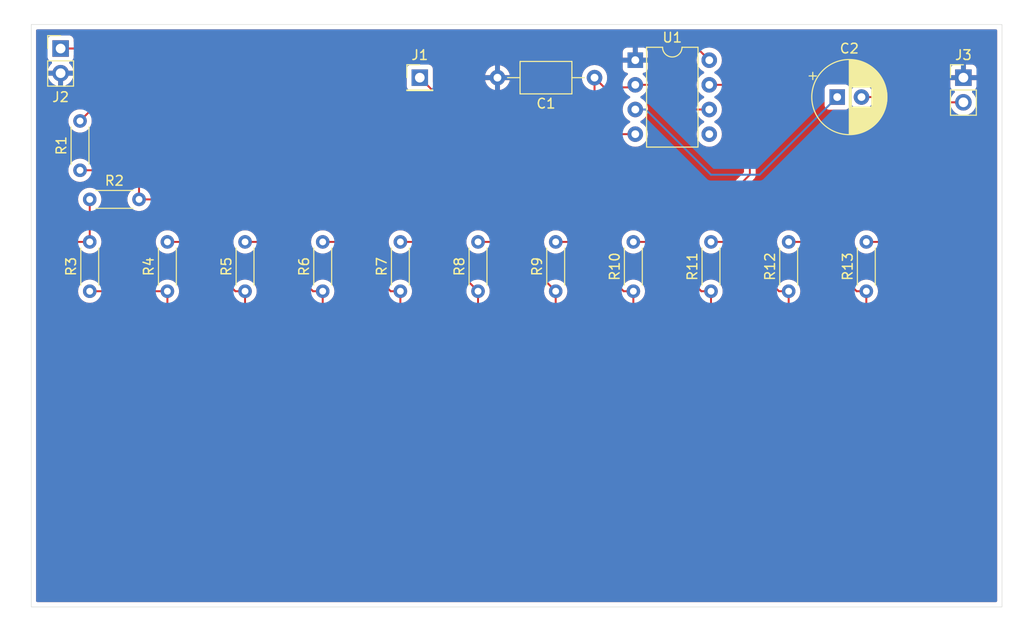
<source format=kicad_pcb>
(kicad_pcb (version 20240108) (generator "pcbnew") (generator_version "8.0")
  (layers (0 "F.Cu" signal) (31 "B.Cu" signal) (34 "B.Paste" user) (35 "F.Paste" user) (36 "B.SilkS" user "B.Silkscreen") (37 "F.SilkS" user "F.Silkscreen") (38 "B.Mask" user) (39 "F.Mask" user) (44 "Edge.Cuts" user))
  (net 0 "")
  (net 1 "STYLUS")
  (net 2 "GND")
  (net 4 "/555_Q")
  (net 5 "/555_DIS")
  (net 6 "/SPKR+")
  (net 7 "+9V")
  (net 8 "/KEY_1")
  (net 9 "/KEY_2")
  (net 10 "/KEY_3")
  (net 11 "/KEY_4")
  (net 12 "/KEY_5")
  (net 13 "/KEY_6")
  (net 14 "/KEY_7")
  (net 15 "/KEY_8")
  (net 16 "/KEY_9")
  (net 17 "/KEY_10")
  (net 18 "/KEY_11")
  (net 19 "/KEY_12")
  (footprint "Resistor_THT:R_Axial_DIN0204_L3.6mm_D1.6mm_P5.08mm_Horizontal" (layer "F.Cu") (at 135 90 90)
    (property "Reference" "R6" (at 2.54 -1.92 90) (layer "F.SilkS"))
    (property "Value" "30k")
    (fp_line (start 0.62 -0.92) (end 4.46 -0.92) (stroke (width 0.12)) (layer "F.SilkS"))
    (fp_line (start 0.62 0.92) (end 4.46 0.92) (stroke (width 0.12)) (layer "F.SilkS"))
    (pad "1" thru_hole circle (at 0 0 90) (size 1.4 1.4) (drill 0.7) (layers "*.Cu" "*.Mask") (net 11 "/KEY_4"))
    (pad "2" thru_hole oval (at 5.08 0 90) (size 1.4 1.4) (drill 0.7) (layers "*.Cu" "*.Mask") (net 12 "/KEY_5"))
  )
  (footprint "Connector_PinHeader_2.54mm:PinHeader_1x02_P2.54mm_Vertical" (layer "F.Cu") (at 201 68)
    (property "Reference" "J3" (at 0 -2.33 0) (layer "F.SilkS"))
    (property "Value" "Conn_01x02_Pin")
    (fp_line (start -1.33 -1.33) (end 0 -1.33) (stroke (width 0.12)) (layer "F.SilkS"))
    (fp_line (start -1.33 0) (end -1.33 -1.33) (stroke (width 0.12)) (layer "F.SilkS"))
    (fp_line (start -1.33 1.27) (end -1.33 3.87) (stroke (width 0.12)) (layer "F.SilkS"))
    (fp_line (start -1.33 1.27) (end 1.33 1.27) (stroke (width 0.12)) (layer "F.SilkS"))
    (fp_line (start -1.33 3.87) (end 1.33 3.87) (stroke (width 0.12)) (layer "F.SilkS"))
    (fp_line (start 1.33 1.27) (end 1.33 3.87) (stroke (width 0.12)) (layer "F.SilkS"))
    (pad "1" thru_hole rect (at 0 0) (size 1.7 1.7) (drill 1) (layers "*.Cu" "*.Mask") (net 2 "GND"))
    (pad "2" thru_hole oval (at 0 2.54) (size 1.7 1.7) (drill 1) (layers "*.Cu" "*.Mask") (net 6 "/SPKR+"))
  )
  (footprint "Resistor_THT:R_Axial_DIN0204_L3.6mm_D1.6mm_P5.08mm_Horizontal" (layer "F.Cu") (at 167 90 90)
    (property "Reference" "R10" (at 2.54 -1.92 90) (layer "F.SilkS"))
    (property "Value" "30K")
    (fp_line (start 0.62 -0.92) (end 4.46 -0.92) (stroke (width 0.12)) (layer "F.SilkS"))
    (fp_line (start 0.62 0.92) (end 4.46 0.92) (stroke (width 0.12)) (layer "F.SilkS"))
    (pad "1" thru_hole circle (at 0 0 90) (size 1.4 1.4) (drill 0.7) (layers "*.Cu" "*.Mask") (net 15 "/KEY_8"))
    (pad "2" thru_hole oval (at 5.08 0 90) (size 1.4 1.4) (drill 0.7) (layers "*.Cu" "*.Mask") (net 16 "/KEY_9"))
  )
  (footprint "Capacitor_THT:CP_Radial_D7.5mm_P2.50mm" (layer "F.Cu") (at 188 70)
    (property "Reference" "C2" (at 1.25 -5 0) (layer "F.SilkS"))
    (property "Value" "100u")
    (fp_line (start -2.892211 -2.175) (end -2.142211 -2.175) (stroke (width 0.12)) (layer "F.SilkS"))
    (fp_line (start -2.517211 -2.55) (end -2.517211 -1.8) (stroke (width 0.12)) (layer "F.SilkS"))
    (fp_line (start 1.25 -3.83) (end 1.25 3.83) (stroke (width 0.12)) (layer "F.SilkS"))
    (fp_line (start 1.29 -3.83) (end 1.29 3.83) (stroke (width 0.12)) (layer "F.SilkS"))
    (fp_line (start 1.33 -3.83) (end 1.33 3.83) (stroke (width 0.12)) (layer "F.SilkS"))
    (fp_line (start 1.37 -3.829) (end 1.37 3.829) (stroke (width 0.12)) (layer "F.SilkS"))
    (fp_line (start 1.41 -3.827) (end 1.41 3.827) (stroke (width 0.12)) (layer "F.SilkS"))
    (fp_line (start 1.45 -3.825) (end 1.45 3.825) (stroke (width 0.12)) (layer "F.SilkS"))
    (fp_line (start 1.49 -3.823) (end 1.49 -1.04) (stroke (width 0.12)) (layer "F.SilkS"))
    (fp_line (start 1.49 1.04) (end 1.49 3.823) (stroke (width 0.12)) (layer "F.SilkS"))
    (fp_line (start 1.53 -3.82) (end 1.53 -1.04) (stroke (width 0.12)) (layer "F.SilkS"))
    (fp_line (start 1.53 1.04) (end 1.53 3.82) (stroke (width 0.12)) (layer "F.SilkS"))
    (fp_line (start 1.57 -3.817) (end 1.57 -1.04) (stroke (width 0.12)) (layer "F.SilkS"))
    (fp_line (start 1.57 1.04) (end 1.57 3.817) (stroke (width 0.12)) (layer "F.SilkS"))
    (fp_line (start 1.61 -3.814) (end 1.61 -1.04) (stroke (width 0.12)) (layer "F.SilkS"))
    (fp_line (start 1.61 1.04) (end 1.61 3.814) (stroke (width 0.12)) (layer "F.SilkS"))
    (fp_line (start 1.65 -3.81) (end 1.65 -1.04) (stroke (width 0.12)) (layer "F.SilkS"))
    (fp_line (start 1.65 1.04) (end 1.65 3.81) (stroke (width 0.12)) (layer "F.SilkS"))
    (fp_line (start 1.69 -3.805) (end 1.69 -1.04) (stroke (width 0.12)) (layer "F.SilkS"))
    (fp_line (start 1.69 1.04) (end 1.69 3.805) (stroke (width 0.12)) (layer "F.SilkS"))
    (fp_line (start 1.73 -3.801) (end 1.73 -1.04) (stroke (width 0.12)) (layer "F.SilkS"))
    (fp_line (start 1.73 1.04) (end 1.73 3.801) (stroke (width 0.12)) (layer "F.SilkS"))
    (fp_line (start 1.77 -3.795) (end 1.77 -1.04) (stroke (width 0.12)) (layer "F.SilkS"))
    (fp_line (start 1.77 1.04) (end 1.77 3.795) (stroke (width 0.12)) (layer "F.SilkS"))
    (fp_line (start 1.81 -3.79) (end 1.81 -1.04) (stroke (width 0.12)) (layer "F.SilkS"))
    (fp_line (start 1.81 1.04) (end 1.81 3.79) (stroke (width 0.12)) (layer "F.SilkS"))
    (fp_line (start 1.85 -3.784) (end 1.85 -1.04) (stroke (width 0.12)) (layer "F.SilkS"))
    (fp_line (start 1.85 1.04) (end 1.85 3.784) (stroke (width 0.12)) (layer "F.SilkS"))
    (fp_line (start 1.89 -3.777) (end 1.89 -1.04) (stroke (width 0.12)) (layer "F.SilkS"))
    (fp_line (start 1.89 1.04) (end 1.89 3.777) (stroke (width 0.12)) (layer "F.SilkS"))
    (fp_line (start 1.93 -3.77) (end 1.93 -1.04) (stroke (width 0.12)) (layer "F.SilkS"))
    (fp_line (start 1.93 1.04) (end 1.93 3.77) (stroke (width 0.12)) (layer "F.SilkS"))
    (fp_line (start 1.971 -3.763) (end 1.971 -1.04) (stroke (width 0.12)) (layer "F.SilkS"))
    (fp_line (start 1.971 1.04) (end 1.971 3.763) (stroke (width 0.12)) (layer "F.SilkS"))
    (fp_line (start 2.011 -3.755) (end 2.011 -1.04) (stroke (width 0.12)) (layer "F.SilkS"))
    (fp_line (start 2.011 1.04) (end 2.011 3.755) (stroke (width 0.12)) (layer "F.SilkS"))
    (fp_line (start 2.051 -3.747) (end 2.051 -1.04) (stroke (width 0.12)) (layer "F.SilkS"))
    (fp_line (start 2.051 1.04) (end 2.051 3.747) (stroke (width 0.12)) (layer "F.SilkS"))
    (fp_line (start 2.091 -3.738) (end 2.091 -1.04) (stroke (width 0.12)) (layer "F.SilkS"))
    (fp_line (start 2.091 1.04) (end 2.091 3.738) (stroke (width 0.12)) (layer "F.SilkS"))
    (fp_line (start 2.131 -3.729) (end 2.131 -1.04) (stroke (width 0.12)) (layer "F.SilkS"))
    (fp_line (start 2.131 1.04) (end 2.131 3.729) (stroke (width 0.12)) (layer "F.SilkS"))
    (fp_line (start 2.171 -3.72) (end 2.171 -1.04) (stroke (width 0.12)) (layer "F.SilkS"))
    (fp_line (start 2.171 1.04) (end 2.171 3.72) (stroke (width 0.12)) (layer "F.SilkS"))
    (fp_line (start 2.211 -3.71) (end 2.211 -1.04) (stroke (width 0.12)) (layer "F.SilkS"))
    (fp_line (start 2.211 1.04) (end 2.211 3.71) (stroke (width 0.12)) (layer "F.SilkS"))
    (fp_line (start 2.251 -3.699) (end 2.251 -1.04) (stroke (width 0.12)) (layer "F.SilkS"))
    (fp_line (start 2.251 1.04) (end 2.251 3.699) (stroke (width 0.12)) (layer "F.SilkS"))
    (fp_line (start 2.291 -3.688) (end 2.291 -1.04) (stroke (width 0.12)) (layer "F.SilkS"))
    (fp_line (start 2.291 1.04) (end 2.291 3.688) (stroke (width 0.12)) (layer "F.SilkS"))
    (fp_line (start 2.331 -3.677) (end 2.331 -1.04) (stroke (width 0.12)) (layer "F.SilkS"))
    (fp_line (start 2.331 1.04) (end 2.331 3.677) (stroke (width 0.12)) (layer "F.SilkS"))
    (fp_line (start 2.371 -3.665) (end 2.371 -1.04) (stroke (width 0.12)) (layer "F.SilkS"))
    (fp_line (start 2.371 1.04) (end 2.371 3.665) (stroke (width 0.12)) (layer "F.SilkS"))
    (fp_line (start 2.411 -3.653) (end 2.411 -1.04) (stroke (width 0.12)) (layer "F.SilkS"))
    (fp_line (start 2.411 1.04) (end 2.411 3.653) (stroke (width 0.12)) (layer "F.SilkS"))
    (fp_line (start 2.451 -3.64) (end 2.451 -1.04) (stroke (width 0.12)) (layer "F.SilkS"))
    (fp_line (start 2.451 1.04) (end 2.451 3.64) (stroke (width 0.12)) (layer "F.SilkS"))
    (fp_line (start 2.491 -3.626) (end 2.491 -1.04) (stroke (width 0.12)) (layer "F.SilkS"))
    (fp_line (start 2.491 1.04) (end 2.491 3.626) (stroke (width 0.12)) (layer "F.SilkS"))
    (fp_line (start 2.531 -3.613) (end 2.531 -1.04) (stroke (width 0.12)) (layer "F.SilkS"))
    (fp_line (start 2.531 1.04) (end 2.531 3.613) (stroke (width 0.12)) (layer "F.SilkS"))
    (fp_line (start 2.571 -3.598) (end 2.571 -1.04) (stroke (width 0.12)) (layer "F.SilkS"))
    (fp_line (start 2.571 1.04) (end 2.571 3.598) (stroke (width 0.12)) (layer "F.SilkS"))
    (fp_line (start 2.611 -3.584) (end 2.611 -1.04) (stroke (width 0.12)) (layer "F.SilkS"))
    (fp_line (start 2.611 1.04) (end 2.611 3.584) (stroke (width 0.12)) (layer "F.SilkS"))
    (fp_line (start 2.651 -3.568) (end 2.651 -1.04) (stroke (width 0.12)) (layer "F.SilkS"))
    (fp_line (start 2.651 1.04) (end 2.651 3.568) (stroke (width 0.12)) (layer "F.SilkS"))
    (fp_line (start 2.691 -3.553) (end 2.691 -1.04) (stroke (width 0.12)) (layer "F.SilkS"))
    (fp_line (start 2.691 1.04) (end 2.691 3.553) (stroke (width 0.12)) (layer "F.SilkS"))
    (fp_line (start 2.731 -3.536) (end 2.731 -1.04) (stroke (width 0.12)) (layer "F.SilkS"))
    (fp_line (start 2.731 1.04) (end 2.731 3.536) (stroke (width 0.12)) (layer "F.SilkS"))
    (fp_line (start 2.771 -3.52) (end 2.771 -1.04) (stroke (width 0.12)) (layer "F.SilkS"))
    (fp_line (start 2.771 1.04) (end 2.771 3.52) (stroke (width 0.12)) (layer "F.SilkS"))
    (fp_line (start 2.811 -3.502) (end 2.811 -1.04) (stroke (width 0.12)) (layer "F.SilkS"))
    (fp_line (start 2.811 1.04) (end 2.811 3.502) (stroke (width 0.12)) (layer "F.SilkS"))
    (fp_line (start 2.851 -3.484) (end 2.851 -1.04) (stroke (width 0.12)) (layer "F.SilkS"))
    (fp_line (start 2.851 1.04) (end 2.851 3.484) (stroke (width 0.12)) (layer "F.SilkS"))
    (fp_line (start 2.891 -3.466) (end 2.891 -1.04) (stroke (width 0.12)) (layer "F.SilkS"))
    (fp_line (start 2.891 1.04) (end 2.891 3.466) (stroke (width 0.12)) (layer "F.SilkS"))
    (fp_line (start 2.931 -3.447) (end 2.931 -1.04) (stroke (width 0.12)) (layer "F.SilkS"))
    (fp_line (start 2.931 1.04) (end 2.931 3.447) (stroke (width 0.12)) (layer "F.SilkS"))
    (fp_line (start 2.971 -3.427) (end 2.971 -1.04) (stroke (width 0.12)) (layer "F.SilkS"))
    (fp_line (start 2.971 1.04) (end 2.971 3.427) (stroke (width 0.12)) (layer "F.SilkS"))
    (fp_line (start 3.011 -3.407) (end 3.011 -1.04) (stroke (width 0.12)) (layer "F.SilkS"))
    (fp_line (start 3.011 1.04) (end 3.011 3.407) (stroke (width 0.12)) (layer "F.SilkS"))
    (fp_line (start 3.051 -3.386) (end 3.051 -1.04) (stroke (width 0.12)) (layer "F.SilkS"))
    (fp_line (start 3.051 1.04) (end 3.051 3.386) (stroke (width 0.12)) (layer "F.SilkS"))
    (fp_line (start 3.091 -3.365) (end 3.091 -1.04) (stroke (width 0.12)) (layer "F.SilkS"))
    (fp_line (start 3.091 1.04) (end 3.091 3.365) (stroke (width 0.12)) (layer "F.SilkS"))
    (fp_line (start 3.131 -3.343) (end 3.131 -1.04) (stroke (width 0.12)) (layer "F.SilkS"))
    (fp_line (start 3.131 1.04) (end 3.131 3.343) (stroke (width 0.12)) (layer "F.SilkS"))
    (fp_line (start 3.171 -3.321) (end 3.171 -1.04) (stroke (width 0.12)) (layer "F.SilkS"))
    (fp_line (start 3.171 1.04) (end 3.171 3.321) (stroke (width 0.12)) (layer "F.SilkS"))
    (fp_line (start 3.211 -3.297) (end 3.211 -1.04) (stroke (width 0.12)) (layer "F.SilkS"))
    (fp_line (start 3.211 1.04) (end 3.211 3.297) (stroke (width 0.12)) (layer "F.SilkS"))
    (fp_line (start 3.251 -3.274) (end 3.251 -1.04) (stroke (width 0.12)) (layer "F.SilkS"))
    (fp_line (start 3.251 1.04) (end 3.251 3.274) (stroke (width 0.12)) (layer "F.SilkS"))
    (fp_line (start 3.291 -3.249) (end 3.291 -1.04) (stroke (width 0.12)) (layer "F.SilkS"))
    (fp_line (start 3.291 1.04) (end 3.291 3.249) (stroke (width 0.12)) (layer "F.SilkS"))
    (fp_line (start 3.331 -3.224) (end 3.331 -1.04) (stroke (width 0.12)) (layer "F.SilkS"))
    (fp_line (start 3.331 1.04) (end 3.331 3.224) (stroke (width 0.12)) (layer "F.SilkS"))
    (fp_line (start 3.371 -3.198) (end 3.371 -1.04) (stroke (width 0.12)) (layer "F.SilkS"))
    (fp_line (start 3.371 1.04) (end 3.371 3.198) (stroke (width 0.12)) (layer "F.SilkS"))
    (fp_line (start 3.411 -3.172) (end 3.411 -1.04) (stroke (width 0.12)) (layer "F.SilkS"))
    (fp_line (start 3.411 1.04) (end 3.411 3.172) (stroke (width 0.12)) (layer "F.SilkS"))
    (fp_line (start 3.451 -3.144) (end 3.451 -1.04) (stroke (width 0.12)) (layer "F.SilkS"))
    (fp_line (start 3.451 1.04) (end 3.451 3.144) (stroke (width 0.12)) (layer "F.SilkS"))
    (fp_line (start 3.491 -3.116) (end 3.491 -1.04) (stroke (width 0.12)) (layer "F.SilkS"))
    (fp_line (start 3.491 1.04) (end 3.491 3.116) (stroke (width 0.12)) (layer "F.SilkS"))
    (fp_line (start 3.531 -3.088) (end 3.531 -1.04) (stroke (width 0.12)) (layer "F.SilkS"))
    (fp_line (start 3.531 1.04) (end 3.531 3.088) (stroke (width 0.12)) (layer "F.SilkS"))
    (fp_line (start 3.571 -3.058) (end 3.571 3.058) (stroke (width 0.12)) (layer "F.SilkS"))
    (fp_line (start 3.611 -3.028) (end 3.611 3.028) (stroke (width 0.12)) (layer "F.SilkS"))
    (fp_line (start 3.651 -2.996) (end 3.651 2.996) (stroke (width 0.12)) (layer "F.SilkS"))
    (fp_line (start 3.691 -2.964) (end 3.691 2.964) (stroke (width 0.12)) (layer "F.SilkS"))
    (fp_line (start 3.731 -2.931) (end 3.731 2.931) (stroke (width 0.12)) (layer "F.SilkS"))
    (fp_line (start 3.771 -2.898) (end 3.771 2.898) (stroke (width 0.12)) (layer "F.SilkS"))
    (fp_line (start 3.811 -2.863) (end 3.811 2.863) (stroke (width 0.12)) (layer "F.SilkS"))
    (fp_line (start 3.851 -2.827) (end 3.851 2.827) (stroke (width 0.12)) (layer "F.SilkS"))
    (fp_line (start 3.891 -2.79) (end 3.891 2.79) (stroke (width 0.12)) (layer "F.SilkS"))
    (fp_line (start 3.931 -2.752) (end 3.931 2.752) (stroke (width 0.12)) (layer "F.SilkS"))
    (fp_line (start 3.971 -2.713) (end 3.971 2.713) (stroke (width 0.12)) (layer "F.SilkS"))
    (fp_line (start 4.011 -2.673) (end 4.011 2.673) (stroke (width 0.12)) (layer "F.SilkS"))
    (fp_line (start 4.051 -2.632) (end 4.051 2.632) (stroke (width 0.12)) (layer "F.SilkS"))
    (fp_line (start 4.091 -2.589) (end 4.091 2.589) (stroke (width 0.12)) (layer "F.SilkS"))
    (fp_line (start 4.131 -2.546) (end 4.131 2.546) (stroke (width 0.12)) (layer "F.SilkS"))
    (fp_line (start 4.171 -2.5) (end 4.171 2.5) (stroke (width 0.12)) (layer "F.SilkS"))
    (fp_line (start 4.211 -2.454) (end 4.211 2.454) (stroke (width 0.12)) (layer "F.SilkS"))
    (fp_line (start 4.251 -2.405) (end 4.251 2.405) (stroke (width 0.12)) (layer "F.SilkS"))
    (fp_line (start 4.291 -2.355) (end 4.291 2.355) (stroke (width 0.12)) (layer "F.SilkS"))
    (fp_line (start 4.331 -2.304) (end 4.331 2.304) (stroke (width 0.12)) (layer "F.SilkS"))
    (fp_line (start 4.371 -2.25) (end 4.371 2.25) (stroke (width 0.12)) (layer "F.SilkS"))
    (fp_line (start 4.411 -2.195) (end 4.411 2.195) (stroke (width 0.12)) (layer "F.SilkS"))
    (fp_line (start 4.451 -2.137) (end 4.451 2.137) (stroke (width 0.12)) (layer "F.SilkS"))
    (fp_line (start 4.491 -2.077) (end 4.491 2.077) (stroke (width 0.12)) (layer "F.SilkS"))
    (fp_line (start 4.531 -2.014) (end 4.531 2.014) (stroke (width 0.12)) (layer "F.SilkS"))
    (fp_line (start 4.571 -1.949) (end 4.571 1.949) (stroke (width 0.12)) (layer "F.SilkS"))
    (fp_line (start 4.611 -1.881) (end 4.611 1.881) (stroke (width 0.12)) (layer "F.SilkS"))
    (fp_line (start 4.651 -1.809) (end 4.651 1.809) (stroke (width 0.12)) (layer "F.SilkS"))
    (fp_line (start 4.691 -1.733) (end 4.691 1.733) (stroke (width 0.12)) (layer "F.SilkS"))
    (fp_line (start 4.731 -1.654) (end 4.731 1.654) (stroke (width 0.12)) (layer "F.SilkS"))
    (fp_line (start 4.771 -1.569) (end 4.771 1.569) (stroke (width 0.12)) (layer "F.SilkS"))
    (fp_line (start 4.811 -1.478) (end 4.811 1.478) (stroke (width 0.12)) (layer "F.SilkS"))
    (fp_line (start 4.851 -1.381) (end 4.851 1.381) (stroke (width 0.12)) (layer "F.SilkS"))
    (fp_line (start 4.891 -1.275) (end 4.891 1.275) (stroke (width 0.12)) (layer "F.SilkS"))
    (fp_line (start 4.931 -1.158) (end 4.931 1.158) (stroke (width 0.12)) (layer "F.SilkS"))
    (fp_line (start 4.971 -1.028) (end 4.971 1.028) (stroke (width 0.12)) (layer "F.SilkS"))
    (fp_line (start 5.011 -0.877) (end 5.011 0.877) (stroke (width 0.12)) (layer "F.SilkS"))
    (fp_line (start 5.051 -0.693) (end 5.051 0.693) (stroke (width 0.12)) (layer "F.SilkS"))
    (fp_line (start 5.091 -0.441) (end 5.091 0.441) (stroke (width 0.12)) (layer "F.SilkS"))
    (fp_circle (center 1.25 0) (end 5.12 0) (stroke (width 0.12)) (fill none) (layer "F.SilkS"))
    (pad "1" thru_hole rect (at 0 0) (size 1.6 1.6) (drill 0.8) (layers "*.Cu" "*.Mask") (net 4 "/555_Q"))
    (pad "2" thru_hole circle (at 2.5 0) (size 1.6 1.6) (drill 0.8) (layers "*.Cu" "*.Mask") (net 6 "/SPKR+"))
  )
  (footprint "Resistor_THT:R_Axial_DIN0204_L3.6mm_D1.6mm_P5.08mm_Horizontal" (layer "F.Cu") (at 111 90 90)
    (property "Reference" "R3" (at 2.54 -1.92 90) (layer "F.SilkS"))
    (property "Value" "30K")
    (fp_line (start 0.62 -0.92) (end 4.46 -0.92) (stroke (width 0.12)) (layer "F.SilkS"))
    (fp_line (start 0.62 0.92) (end 4.46 0.92) (stroke (width 0.12)) (layer "F.SilkS"))
    (pad "1" thru_hole circle (at 0 0 90) (size 1.4 1.4) (drill 0.7) (layers "*.Cu" "*.Mask") (net 9 "/KEY_2"))
    (pad "2" thru_hole oval (at 5.08 0 90) (size 1.4 1.4) (drill 0.7) (layers "*.Cu" "*.Mask") (net 8 "/KEY_1"))
  )
  (footprint "Connector_PinHeader_2.54mm:PinHeader_1x01_P2.54mm_Vertical" (layer "F.Cu") (at 145 68)
    (property "Reference" "J1" (at 0 -2.33 0) (layer "F.SilkS"))
    (property "Value" "Conn_01x01_Pin")
    (fp_line (start -1.33 -1.33) (end 0 -1.33) (stroke (width 0.12)) (layer "F.SilkS"))
    (fp_line (start -1.33 0) (end -1.33 -1.33) (stroke (width 0.12)) (layer "F.SilkS"))
    (fp_line (start -1.33 1.27) (end -1.33 1.33) (stroke (width 0.12)) (layer "F.SilkS"))
    (fp_line (start -1.33 1.27) (end 1.33 1.27) (stroke (width 0.12)) (layer "F.SilkS"))
    (fp_line (start -1.33 1.33) (end 1.33 1.33) (stroke (width 0.12)) (layer "F.SilkS"))
    (fp_line (start 1.33 1.27) (end 1.33 1.33) (stroke (width 0.12)) (layer "F.SilkS"))
    (pad "1" thru_hole rect (at 0 0) (size 1.7 1.7) (drill 1) (layers "*.Cu" "*.Mask") (net 1 "STYLUS"))
  )
  (footprint "Package_DIP:DIP-8_W7.62mm" (layer "F.Cu") (at 167.2 66.2)
    (property "Reference" "U1" (at 3.81 -2.33 0) (layer "F.SilkS"))
    (property "Value" "NE555P")
    (fp_line (start 1.16 -1.33) (end 1.16 8.95) (stroke (width 0.12)) (layer "F.SilkS"))
    (fp_line (start 1.16 8.95) (end 6.46 8.95) (stroke (width 0.12)) (layer "F.SilkS"))
    (fp_line (start 2.81 -1.33) (end 1.16 -1.33) (stroke (width 0.12)) (layer "F.SilkS"))
    (fp_line (start 6.46 -1.33) (end 4.81 -1.33) (stroke (width 0.12)) (layer "F.SilkS"))
    (fp_line (start 6.46 8.95) (end 6.46 -1.33) (stroke (width 0.12)) (layer "F.SilkS"))
    (fp_arc (start 4.81 -1.33) (mid 3.81 -0.33) (end 2.81 -1.33) (stroke (width 0.12)) (layer "F.SilkS"))
    (pad "1" thru_hole rect (at 0 0) (size 1.6 1.6) (drill 0.8) (layers "*.Cu" "*.Mask") (net 2 "GND"))
    (pad "2" thru_hole oval (at 0 2.54) (size 1.6 1.6) (drill 0.8) (layers "*.Cu" "*.Mask") (net 1 "STYLUS"))
    (pad "3" thru_hole oval (at 0 5.08) (size 1.6 1.6) (drill 0.8) (layers "*.Cu" "*.Mask") (net 4 "/555_Q"))
    (pad "4" thru_hole oval (at 0 7.62) (size 1.6 1.6) (drill 0.8) (layers "*.Cu" "*.Mask") (net 7 "+9V"))
    (pad "5" thru_hole oval (at 7.62 7.62) (size 1.6 1.6) (drill 0.8) (layers "*.Cu" "*.Mask"))
    (pad "6" thru_hole oval (at 7.62 5.08) (size 1.6 1.6) (drill 0.8) (layers "*.Cu" "*.Mask") (net 1 "STYLUS"))
    (pad "7" thru_hole oval (at 7.62 2.54) (size 1.6 1.6) (drill 0.8) (layers "*.Cu" "*.Mask") (net 5 "/555_DIS"))
    (pad "8" thru_hole oval (at 7.62 0) (size 1.6 1.6) (drill 0.8) (layers "*.Cu" "*.Mask") (net 7 "+9V"))
  )
  (footprint "Resistor_THT:R_Axial_DIN0204_L3.6mm_D1.6mm_P5.08mm_Horizontal" (layer "F.Cu") (at 127 90 90)
    (property "Reference" "R5" (at 2.54 -1.92 90) (layer "F.SilkS"))
    (property "Value" "30k")
    (fp_line (start 0.62 -0.92) (end 4.46 -0.92) (stroke (width 0.12)) (layer "F.SilkS"))
    (fp_line (start 0.62 0.92) (end 4.46 0.92) (stroke (width 0.12)) (layer "F.SilkS"))
    (pad "1" thru_hole circle (at 0 0 90) (size 1.4 1.4) (drill 0.7) (layers "*.Cu" "*.Mask") (net 10 "/KEY_3"))
    (pad "2" thru_hole oval (at 5.08 0 90) (size 1.4 1.4) (drill 0.7) (layers "*.Cu" "*.Mask") (net 11 "/KEY_4"))
  )
  (footprint "Resistor_THT:R_Axial_DIN0204_L3.6mm_D1.6mm_P5.08mm_Horizontal" (layer "F.Cu") (at 151 90 90)
    (property "Reference" "R8" (at 2.54 -1.92 90) (layer "F.SilkS"))
    (property "Value" "30K")
    (fp_line (start 0.62 -0.92) (end 4.46 -0.92) (stroke (width 0.12)) (layer "F.SilkS"))
    (fp_line (start 0.62 0.92) (end 4.46 0.92) (stroke (width 0.12)) (layer "F.SilkS"))
    (pad "1" thru_hole circle (at 0 0 90) (size 1.4 1.4) (drill 0.7) (layers "*.Cu" "*.Mask") (net 13 "/KEY_6"))
    (pad "2" thru_hole oval (at 5.08 0 90) (size 1.4 1.4) (drill 0.7) (layers "*.Cu" "*.Mask") (net 14 "/KEY_7"))
  )
  (footprint "Resistor_THT:R_Axial_DIN0204_L3.6mm_D1.6mm_P5.08mm_Horizontal" (layer "F.Cu") (at 111 80.54)
    (property "Reference" "R2" (at 2.54 -1.92 360) (layer "F.SilkS"))
    (property "Value" "30K")
    (fp_line (start 0.62 -0.92) (end 4.46 -0.92) (stroke (width 0.12)) (layer "F.SilkS"))
    (fp_line (start 0.62 0.92) (end 4.46 0.92) (stroke (width 0.12)) (layer "F.SilkS"))
    (pad "1" thru_hole circle (at 0 0) (size 1.4 1.4) (drill 0.7) (layers "*.Cu" "*.Mask") (net 8 "/KEY_1"))
    (pad "2" thru_hole oval (at 5.08 0) (size 1.4 1.4) (drill 0.7) (layers "*.Cu" "*.Mask") (net 5 "/555_DIS"))
  )
  (footprint "Resistor_THT:R_Axial_DIN0204_L3.6mm_D1.6mm_P5.08mm_Horizontal" (layer "F.Cu") (at 183 90 90)
    (property "Reference" "R12" (at 2.54 -1.92 90) (layer "F.SilkS"))
    (property "Value" "30K")
    (fp_line (start 0.62 -0.92) (end 4.46 -0.92) (stroke (width 0.12)) (layer "F.SilkS"))
    (fp_line (start 0.62 0.92) (end 4.46 0.92) (stroke (width 0.12)) (layer "F.SilkS"))
    (pad "1" thru_hole circle (at 0 0 90) (size 1.4 1.4) (drill 0.7) (layers "*.Cu" "*.Mask") (net 17 "/KEY_10"))
    (pad "2" thru_hole oval (at 5.08 0 90) (size 1.4 1.4) (drill 0.7) (layers "*.Cu" "*.Mask") (net 18 "/KEY_11"))
  )
  (footprint "Connector_PinHeader_2.54mm:PinHeader_1x02_P2.54mm_Vertical" (layer "F.Cu") (at 108 65)
    (property "Reference" "J2" (at 0 5 0) (layer "F.SilkS"))
    (property "Value" "Conn_01x02_Pin")
    (fp_line (start -1.33 -1.33) (end 0 -1.33) (stroke (width 0.12)) (layer "F.SilkS"))
    (fp_line (start -1.33 0) (end -1.33 -1.33) (stroke (width 0.12)) (layer "F.SilkS"))
    (fp_line (start -1.33 1.27) (end -1.33 3.87) (stroke (width 0.12)) (layer "F.SilkS"))
    (fp_line (start -1.33 1.27) (end 1.33 1.27) (stroke (width 0.12)) (layer "F.SilkS"))
    (fp_line (start -1.33 3.87) (end 1.33 3.87) (stroke (width 0.12)) (layer "F.SilkS"))
    (fp_line (start 1.33 1.27) (end 1.33 3.87) (stroke (width 0.12)) (layer "F.SilkS"))
    (pad "1" thru_hole rect (at 0 0) (size 1.7 1.7) (drill 1) (layers "*.Cu" "*.Mask") (net 7 "+9V"))
    (pad "2" thru_hole oval (at 0 2.54) (size 1.7 1.7) (drill 1) (layers "*.Cu" "*.Mask") (net 2 "GND"))
  )
  (footprint "Capacitor_THT:C_Axial_L5.1mm_D3.1mm_P10.00mm_Horizontal" (layer "F.Cu") (at 163 68 180)
    (property "Reference" "C1" (at 5 -2.67 360) (layer "F.SilkS"))
    (property "Value" "100n")
    (fp_line (start 8.96 0) (end 7.67 0) (stroke (width 0.12)) (layer "F.SilkS"))
    (fp_line (start 7.67 1.67) (end 7.67 -1.67) (stroke (width 0.12)) (layer "F.SilkS"))
    (fp_line (start 7.67 -1.67) (end 2.33 -1.67) (stroke (width 0.12)) (layer "F.SilkS"))
    (fp_line (start 2.33 1.67) (end 7.67 1.67) (stroke (width 0.12)) (layer "F.SilkS"))
    (fp_line (start 2.33 -1.67) (end 2.33 1.67) (stroke (width 0.12)) (layer "F.SilkS"))
    (fp_line (start 1.04 0) (end 2.33 0) (stroke (width 0.12)) (layer "F.SilkS"))
    (pad "1" thru_hole circle (at 0 0 180) (size 1.6 1.6) (drill 0.8) (layers "*.Cu" "*.Mask") (net 1 "STYLUS"))
    (pad "2" thru_hole oval (at 10 0 180) (size 1.6 1.6) (drill 0.8) (layers "*.Cu" "*.Mask") (net 2 "GND"))
  )
  (footprint "Resistor_THT:R_Axial_DIN0204_L3.6mm_D1.6mm_P5.08mm_Horizontal" (layer "F.Cu") (at 191 90 90)
    (property "Reference" "R13" (at 2.54 -1.92 90) (layer "F.SilkS"))
    (property "Value" "30K")
    (fp_line (start 0.62 -0.92) (end 4.46 -0.92) (stroke (width 0.12)) (layer "F.SilkS"))
    (fp_line (start 0.62 0.92) (end 4.46 0.92) (stroke (width 0.12)) (layer "F.SilkS"))
    (pad "1" thru_hole circle (at 0 0 90) (size 1.4 1.4) (drill 0.7) (layers "*.Cu" "*.Mask") (net 18 "/KEY_11"))
    (pad "2" thru_hole oval (at 5.08 0 90) (size 1.4 1.4) (drill 0.7) (layers "*.Cu" "*.Mask") (net 19 "/KEY_12"))
  )
  (footprint "Resistor_THT:R_Axial_DIN0204_L3.6mm_D1.6mm_P5.08mm_Horizontal" (layer "F.Cu") (at 110 77.54 90)
    (property "Reference" "R1" (at 2.54 -1.92 90) (layer "F.SilkS"))
    (property "Value" "10K")
    (fp_line (start 0.62 -0.92) (end 4.46 -0.92) (stroke (width 0.12)) (layer "F.SilkS"))
    (fp_line (start 0.62 0.92) (end 4.46 0.92) (stroke (width 0.12)) (layer "F.SilkS"))
    (pad "1" thru_hole circle (at 0 0 90) (size 1.4 1.4) (drill 0.7) (layers "*.Cu" "*.Mask") (net 5 "/555_DIS"))
    (pad "2" thru_hole oval (at 5.08 0 90) (size 1.4 1.4) (drill 0.7) (layers "*.Cu" "*.Mask") (net 7 "+9V"))
  )
  (footprint "Keyboard:12 Key Keyboard Fancy" (layer "F.Cu") (at 155 109)
    (property "Reference" "U2" (hide yes))
    (property "Value" "~")
    (pad "1" smd custom (at -44 -9) (size 5 5) (layers "F.Cu" "F.Paste" "F.Mask") (net 8 "/KEY_1") (options (clearance outline) (anchor circle)) (primitives (gr_poly (pts (xy -3.5 -1.25) (xy -3.48461 -1.445543) (xy -3.429854 -1.662849) (xy -3.337176 -1.866885) (xy -3.209556 -2.051095) (xy -3.051095 -2.209556) (xy -2.866885 -2.337176) (xy -2.662849 -2.429854) (xy -2.445543 -2.48461) (xy -2.25 -2.5) (xy 2.25 -2.5) (xy 2.445543 -2.48461) (xy 2.662849 -2.429854) (xy 2.866885 -2.337176) (xy 3.051095 -2.209556) (xy 3.209556 -2.051095) (xy 3.337176 -1.866885) (xy 3.429854 -1.662849) (xy 3.48461 -1.445543) (xy 3.5 -1.25) (xy 3.5 1.25) (xy 3.48461 1.445543) (xy 3.429854 1.662849) (xy 3.337176 1.866885) (xy 3.209556 2.051095) (xy 3.051095 2.209556) (xy 2.866885 2.337176) (xy 2.662849 2.429854) (xy 2.445543 2.48461) (xy 2.25 2.5) (xy -2.25 2.5) (xy -2.445543 2.48461) (xy -2.662849 2.429854) (xy -2.866885 2.337176) (xy -3.051095 2.209556) (xy -3.209556 2.051095) (xy -3.337176 1.866885) (xy -3.429854 1.662849) (xy -3.48461 1.445543) (xy -3.5 1.25)) (width 0) (fill yes)) (gr_poly (pts (xy 7.5 12) (xy 3.5 9) (xy 3.5 -2.5) (xy -3.5 -2.5) (xy -3.5 21) (xy 7.5 21)) (width 0.1) (fill yes))))
    (pad "2" smd custom (at -36 -9) (size 5 5) (layers "F.Cu" "F.Paste" "F.Mask") (net 9 "/KEY_2") (options (clearance outline) (anchor circle)) (primitives (gr_poly (pts (xy -3.5 -1.25) (xy -3.48461 -1.445543) (xy -3.429854 -1.662849) (xy -3.337176 -1.866885) (xy -3.209556 -2.051095) (xy -3.051095 -2.209556) (xy -2.866885 -2.337176) (xy -2.662849 -2.429854) (xy -2.445543 -2.48461) (xy -2.25 -2.5) (xy 2.25 -2.5) (xy 2.445543 -2.48461) (xy 2.662849 -2.429854) (xy 2.866885 -2.337176) (xy 3.051095 -2.209556) (xy 3.209556 -2.051095) (xy 3.337176 -1.866885) (xy 3.429854 -1.662849) (xy 3.48461 -1.445543) (xy 3.5 -1.25) (xy 3.5 1.25) (xy 3.48461 1.445543) (xy 3.429854 1.662849) (xy 3.337176 1.866885) (xy 3.209556 2.051095) (xy 3.051095 2.209556) (xy 2.866885 2.337176) (xy 2.662849 2.429854) (xy 2.445543 2.48461) (xy 2.25 2.5) (xy -2.25 2.5) (xy -2.445543 2.48461) (xy -2.662849 2.429854) (xy -2.866885 2.337176) (xy -3.051095 2.209556) (xy -3.209556 2.051095) (xy -3.337176 1.866885) (xy -3.429854 1.662849) (xy -3.48461 1.445543) (xy -3.5 1.25)) (width 0) (fill yes)) (gr_poly (pts (xy -3.5 -2.5) (xy -3.5 9) (xy 0 11.5) (xy 3.5 9) (xy 3.5 -2.5)) (width 0.1) (fill yes))))
    (pad "3" smd custom (at -28 -9) (size 5 5) (layers "F.Cu" "F.Paste" "F.Mask") (net 10 "/KEY_3") (options (clearance outline) (anchor circle)) (primitives (gr_poly (pts (xy -3.5 -1.25) (xy -3.48461 -1.445543) (xy -3.429854 -1.662849) (xy -3.337176 -1.866885) (xy -3.209556 -2.051095) (xy -3.051095 -2.209556) (xy -2.866885 -2.337176) (xy -2.662849 -2.429854) (xy -2.445543 -2.48461) (xy -2.25 -2.5) (xy 2.25 -2.5) (xy 2.445543 -2.48461) (xy 2.662849 -2.429854) (xy 2.866885 -2.337176) (xy 3.051095 -2.209556) (xy 3.209556 -2.051095) (xy 3.337176 -1.866885) (xy 3.429854 -1.662849) (xy 3.48461 -1.445543) (xy 3.5 -1.25) (xy 3.5 1.25) (xy 3.48461 1.445543) (xy 3.429854 1.662849) (xy 3.337176 1.866885) (xy 3.209556 2.051095) (xy 3.051095 2.209556) (xy 2.866885 2.337176) (xy 2.662849 2.429854) (xy 2.445543 2.48461) (xy 2.25 2.5) (xy -2.25 2.5) (xy -2.445543 2.48461) (xy -2.662849 2.429854) (xy -2.866885 2.337176) (xy -3.051095 2.209556) (xy -3.209556 2.051095) (xy -3.337176 1.866885) (xy -3.429854 1.662849) (xy -3.48461 1.445543) (xy -3.5 1.25)) (width 0) (fill yes)) (gr_poly (pts (xy -7.5 12) (xy -3.5 9) (xy -3.5 -2.5) (xy 3.5 -2.5) (xy 3.5 21) (xy -7.5 21)) (width 0.1) (fill yes))))
    (pad "4" smd custom (at -20 -9) (size 5 5) (layers "F.Cu" "F.Paste" "F.Mask") (net 11 "/KEY_4") (options (clearance outline) (anchor circle)) (primitives (gr_poly (pts (xy -3.5 -1.25) (xy -3.48461 -1.445543) (xy -3.429854 -1.662849) (xy -3.337176 -1.866885) (xy -3.209556 -2.051095) (xy -3.051095 -2.209556) (xy -2.866885 -2.337176) (xy -2.662849 -2.429854) (xy -2.445543 -2.48461) (xy -2.25 -2.5) (xy 2.25 -2.5) (xy 2.445543 -2.48461) (xy 2.662849 -2.429854) (xy 2.866885 -2.337176) (xy 3.051095 -2.209556) (xy 3.209556 -2.051095) (xy 3.337176 -1.866885) (xy 3.429854 -1.662849) (xy 3.48461 -1.445543) (xy 3.5 -1.25) (xy 3.5 1.25) (xy 3.48461 1.445543) (xy 3.429854 1.662849) (xy 3.337176 1.866885) (xy 3.209556 2.051095) (xy 3.051095 2.209556) (xy 2.866885 2.337176) (xy 2.662849 2.429854) (xy 2.445543 2.48461) (xy 2.25 2.5) (xy -2.25 2.5) (xy -2.445543 2.48461) (xy -2.662849 2.429854) (xy -2.866885 2.337176) (xy -3.051095 2.209556) (xy -3.209556 2.051095) (xy -3.337176 1.866885) (xy -3.429854 1.662849) (xy -3.48461 1.445543) (xy -3.5 1.25)) (width 0) (fill yes)) (gr_poly (pts (xy 7.5 12) (xy 3.5 9) (xy 3.5 -2.5) (xy -3.5 -2.5) (xy -3.5 21) (xy 7.5 21)) (width 0.1) (fill yes))))
    (pad "5" smd custom (at -12 -9) (size 5 5) (layers "F.Cu" "F.Paste" "F.Mask") (net 12 "/KEY_5") (options (clearance outline) (anchor circle)) (primitives (gr_poly (pts (xy -3.5 -1.25) (xy -3.48461 -1.445543) (xy -3.429854 -1.662849) (xy -3.337176 -1.866885) (xy -3.209556 -2.051095) (xy -3.051095 -2.209556) (xy -2.866885 -2.337176) (xy -2.662849 -2.429854) (xy -2.445543 -2.48461) (xy -2.25 -2.5) (xy 2.25 -2.5) (xy 2.445543 -2.48461) (xy 2.662849 -2.429854) (xy 2.866885 -2.337176) (xy 3.051095 -2.209556) (xy 3.209556 -2.051095) (xy 3.337176 -1.866885) (xy 3.429854 -1.662849) (xy 3.48461 -1.445543) (xy 3.5 -1.25) (xy 3.5 1.25) (xy 3.48461 1.445543) (xy 3.429854 1.662849) (xy 3.337176 1.866885) (xy 3.209556 2.051095) (xy 3.051095 2.209556) (xy 2.866885 2.337176) (xy 2.662849 2.429854) (xy 2.445543 2.48461) (xy 2.25 2.5) (xy -2.25 2.5) (xy -2.445543 2.48461) (xy -2.662849 2.429854) (xy -2.866885 2.337176) (xy -3.051095 2.209556) (xy -3.209556 2.051095) (xy -3.337176 1.866885) (xy -3.429854 1.662849) (xy -3.48461 1.445543) (xy -3.5 1.25)) (width 0) (fill yes)) (gr_poly (pts (xy -3.5 -2.5) (xy -3.5 9) (xy 0 11.5) (xy 3.5 9) (xy 3.5 -2.5)) (width 0.1) (fill yes))))
    (pad "6" smd custom (at -4 -9) (size 5 5) (layers "F.Cu" "F.Paste" "F.Mask") (net 13 "/KEY_6") (options (clearance outline) (anchor circle)) (primitives (gr_poly (pts (xy -3.5 -1.25) (xy -3.48461 -1.445543) (xy -3.429854 -1.662849) (xy -3.337176 -1.866885) (xy -3.209556 -2.051095) (xy -3.051095 -2.209556) (xy -2.866885 -2.337176) (xy -2.662849 -2.429854) (xy -2.445543 -2.48461) (xy -2.25 -2.5) (xy 2.25 -2.5) (xy 2.445543 -2.48461) (xy 2.662849 -2.429854) (xy 2.866885 -2.337176) (xy 3.051095 -2.209556) (xy 3.209556 -2.051095) (xy 3.337176 -1.866885) (xy 3.429854 -1.662849) (xy 3.48461 -1.445543) (xy 3.5 -1.25) (xy 3.5 1.25) (xy 3.48461 1.445543) (xy 3.429854 1.662849) (xy 3.337176 1.866885) (xy 3.209556 2.051095) (xy 3.051095 2.209556) (xy 2.866885 2.337176) (xy 2.662849 2.429854) (xy 2.445543 2.48461) (xy 2.25 2.5) (xy -2.25 2.5) (xy -2.445543 2.48461) (xy -2.662849 2.429854) (xy -2.866885 2.337176) (xy -3.051095 2.209556) (xy -3.209556 2.051095) (xy -3.337176 1.866885) (xy -3.429854 1.662849) (xy -3.48461 1.445543) (xy -3.5 1.25)) (width 0) (fill yes)) (gr_poly (pts (xy -7.5 12) (xy -3.5 9) (xy -3.5 -2.5) (xy 3.5 -2.5) (xy 3.5 21) (xy -7.5 21)) (width 0.1) (fill yes))))
    (pad "7" smd custom (at 4 -9) (size 5 5) (layers "F.Cu" "F.Paste" "F.Mask") (net 14 "/KEY_7") (options (clearance outline) (anchor circle)) (primitives (gr_poly (pts (xy -3.5 -1.25) (xy -3.48461 -1.445543) (xy -3.429854 -1.662849) (xy -3.337176 -1.866885) (xy -3.209556 -2.051095) (xy -3.051095 -2.209556) (xy -2.866885 -2.337176) (xy -2.662849 -2.429854) (xy -2.445543 -2.48461) (xy -2.25 -2.5) (xy 2.25 -2.5) (xy 2.445543 -2.48461) (xy 2.662849 -2.429854) (xy 2.866885 -2.337176) (xy 3.051095 -2.209556) (xy 3.209556 -2.051095) (xy 3.337176 -1.866885) (xy 3.429854 -1.662849) (xy 3.48461 -1.445543) (xy 3.5 -1.25) (xy 3.5 1.25) (xy 3.48461 1.445543) (xy 3.429854 1.662849) (xy 3.337176 1.866885) (xy 3.209556 2.051095) (xy 3.051095 2.209556) (xy 2.866885 2.337176) (xy 2.662849 2.429854) (xy 2.445543 2.48461) (xy 2.25 2.5) (xy -2.25 2.5) (xy -2.445543 2.48461) (xy -2.662849 2.429854) (xy -2.866885 2.337176) (xy -3.051095 2.209556) (xy -3.209556 2.051095) (xy -3.337176 1.866885) (xy -3.429854 1.662849) (xy -3.48461 1.445543) (xy -3.5 1.25)) (width 0) (fill yes)) (gr_poly (pts (xy 7.5 12) (xy 3.5 9) (xy 3.5 -2.5) (xy -3.5 -2.5) (xy -3.5 21) (xy 7.5 21)) (width 0.1) (fill yes))))
    (pad "8" smd custom (at 12 -9) (size 5 5) (layers "F.Cu" "F.Paste" "F.Mask") (net 15 "/KEY_8") (options (clearance outline) (anchor circle)) (primitives (gr_poly (pts (xy -3.5 -1.25) (xy -3.48461 -1.445543) (xy -3.429854 -1.662849) (xy -3.337176 -1.866885) (xy -3.209556 -2.051095) (xy -3.051095 -2.209556) (xy -2.866885 -2.337176) (xy -2.662849 -2.429854) (xy -2.445543 -2.48461) (xy -2.25 -2.5) (xy 2.25 -2.5) (xy 2.445543 -2.48461) (xy 2.662849 -2.429854) (xy 2.866885 -2.337176) (xy 3.051095 -2.209556) (xy 3.209556 -2.051095) (xy 3.337176 -1.866885) (xy 3.429854 -1.662849) (xy 3.48461 -1.445543) (xy 3.5 -1.25) (xy 3.5 1.25) (xy 3.48461 1.445543) (xy 3.429854 1.662849) (xy 3.337176 1.866885) (xy 3.209556 2.051095) (xy 3.051095 2.209556) (xy 2.866885 2.337176) (xy 2.662849 2.429854) (xy 2.445543 2.48461) (xy 2.25 2.5) (xy -2.25 2.5) (xy -2.445543 2.48461) (xy -2.662849 2.429854) (xy -2.866885 2.337176) (xy -3.051095 2.209556) (xy -3.209556 2.051095) (xy -3.337176 1.866885) (xy -3.429854 1.662849) (xy -3.48461 1.445543) (xy -3.5 1.25)) (width 0) (fill yes)) (gr_poly (pts (xy -3.5 -2.5) (xy -3.5 9) (xy 0 11.5) (xy 3.5 9) (xy 3.5 -2.5)) (width 0.1) (fill yes))))
    (pad "9" smd custom (at 20 -9) (size 5 5) (layers "F.Cu" "F.Paste" "F.Mask") (net 16 "/KEY_9") (options (clearance outline) (anchor circle)) (primitives (gr_poly (pts (xy -3.5 -1.25) (xy -3.48461 -1.445543) (xy -3.429854 -1.662849) (xy -3.337176 -1.866885) (xy -3.209556 -2.051095) (xy -3.051095 -2.209556) (xy -2.866885 -2.337176) (xy -2.662849 -2.429854) (xy -2.445543 -2.48461) (xy -2.25 -2.5) (xy 2.25 -2.5) (xy 2.445543 -2.48461) (xy 2.662849 -2.429854) (xy 2.866885 -2.337176) (xy 3.051095 -2.209556) (xy 3.209556 -2.051095) (xy 3.337176 -1.866885) (xy 3.429854 -1.662849) (xy 3.48461 -1.445543) (xy 3.5 -1.25) (xy 3.5 1.25) (xy 3.48461 1.445543) (xy 3.429854 1.662849) (xy 3.337176 1.866885) (xy 3.209556 2.051095) (xy 3.051095 2.209556) (xy 2.866885 2.337176) (xy 2.662849 2.429854) (xy 2.445543 2.48461) (xy 2.25 2.5) (xy -2.25 2.5) (xy -2.445543 2.48461) (xy -2.662849 2.429854) (xy -2.866885 2.337176) (xy -3.051095 2.209556) (xy -3.209556 2.051095) (xy -3.337176 1.866885) (xy -3.429854 1.662849) (xy -3.48461 1.445543) (xy -3.5 1.25)) (width 0) (fill yes)) (gr_poly (pts (xy -7.5 12) (xy -3.5 9) (xy -3.5 -2.5) (xy 3.5 -2.5) (xy 3.5 21) (xy -7.5 21)) (width 0.1) (fill yes))))
    (pad "10" smd custom (at 28 -9) (size 5 5) (layers "F.Cu" "F.Paste" "F.Mask") (net 17 "/KEY_10") (options (clearance outline) (anchor circle)) (primitives (gr_poly (pts (xy -3.5 -1.25) (xy -3.48461 -1.445543) (xy -3.429854 -1.662849) (xy -3.337176 -1.866885) (xy -3.209556 -2.051095) (xy -3.051095 -2.209556) (xy -2.866885 -2.337176) (xy -2.662849 -2.429854) (xy -2.445543 -2.48461) (xy -2.25 -2.5) (xy 2.25 -2.5) (xy 2.445543 -2.48461) (xy 2.662849 -2.429854) (xy 2.866885 -2.337176) (xy 3.051095 -2.209556) (xy 3.209556 -2.051095) (xy 3.337176 -1.866885) (xy 3.429854 -1.662849) (xy 3.48461 -1.445543) (xy 3.5 -1.25) (xy 3.5 1.25) (xy 3.48461 1.445543) (xy 3.429854 1.662849) (xy 3.337176 1.866885) (xy 3.209556 2.051095) (xy 3.051095 2.209556) (xy 2.866885 2.337176) (xy 2.662849 2.429854) (xy 2.445543 2.48461) (xy 2.25 2.5) (xy -2.25 2.5) (xy -2.445543 2.48461) (xy -2.662849 2.429854) (xy -2.866885 2.337176) (xy -3.051095 2.209556) (xy -3.209556 2.051095) (xy -3.337176 1.866885) (xy -3.429854 1.662849) (xy -3.48461 1.445543) (xy -3.5 1.25)) (width 0) (fill yes)) (gr_poly (pts (xy 7.5 12) (xy 3.5 9) (xy 3.5 -2.5) (xy -3.5 -2.5) (xy -3.5 21) (xy 7.5 21)) (width 0.1) (fill yes))))
    (pad "11" smd custom (at 36 -9) (size 5 5) (layers "F.Cu" "F.Paste" "F.Mask") (net 18 "/KEY_11") (options (clearance outline) (anchor circle)) (primitives (gr_poly (pts (xy -3.5 -1.25) (xy -3.48461 -1.445543) (xy -3.429854 -1.662849) (xy -3.337176 -1.866885) (xy -3.209556 -2.051095) (xy -3.051095 -2.209556) (xy -2.866885 -2.337176) (xy -2.662849 -2.429854) (xy -2.445543 -2.48461) (xy -2.25 -2.5) (xy 2.25 -2.5) (xy 2.445543 -2.48461) (xy 2.662849 -2.429854) (xy 2.866885 -2.337176) (xy 3.051095 -2.209556) (xy 3.209556 -2.051095) (xy 3.337176 -1.866885) (xy 3.429854 -1.662849) (xy 3.48461 -1.445543) (xy 3.5 -1.25) (xy 3.5 1.25) (xy 3.48461 1.445543) (xy 3.429854 1.662849) (xy 3.337176 1.866885) (xy 3.209556 2.051095) (xy 3.051095 2.209556) (xy 2.866885 2.337176) (xy 2.662849 2.429854) (xy 2.445543 2.48461) (xy 2.25 2.5) (xy -2.25 2.5) (xy -2.445543 2.48461) (xy -2.662849 2.429854) (xy -2.866885 2.337176) (xy -3.051095 2.209556) (xy -3.209556 2.051095) (xy -3.337176 1.866885) (xy -3.429854 1.662849) (xy -3.48461 1.445543) (xy -3.5 1.25)) (width 0) (fill yes)) (gr_poly (pts (xy -3.5 -2.5) (xy -3.5 9) (xy 0 11.5) (xy 3.5 9) (xy 3.5 -2.5)) (width 0.1) (fill yes))))
    (pad "12" smd custom (at 44 -9) (size 5 5) (layers "F.Cu" "F.Paste" "F.Mask") (net 19 "/KEY_12") (options (clearance outline) (anchor circle)) (primitives (gr_poly (pts (xy -3.5 -1.25) (xy -3.48461 -1.445543) (xy -3.429854 -1.662849) (xy -3.337176 -1.866885) (xy -3.209556 -2.051095) (xy -3.051095 -2.209556) (xy -2.866885 -2.337176) (xy -2.662849 -2.429854) (xy -2.445543 -2.48461) (xy -2.25 -2.5) (xy 2.25 -2.5) (xy 2.445543 -2.48461) (xy 2.662849 -2.429854) (xy 2.866885 -2.337176) (xy 3.051095 -2.209556) (xy 3.209556 -2.051095) (xy 3.337176 -1.866885) (xy 3.429854 -1.662849) (xy 3.48461 -1.445543) (xy 3.5 -1.25) (xy 3.5 1.25) (xy 3.48461 1.445543) (xy 3.429854 1.662849) (xy 3.337176 1.866885) (xy 3.209556 2.051095) (xy 3.051095 2.209556) (xy 2.866885 2.337176) (xy 2.662849 2.429854) (xy 2.445543 2.48461) (xy 2.25 2.5) (xy -2.25 2.5) (xy -2.445543 2.48461) (xy -2.662849 2.429854) (xy -2.866885 2.337176) (xy -3.051095 2.209556) (xy -3.209556 2.051095) (xy -3.337176 1.866885) (xy -3.429854 1.662849) (xy -3.48461 1.445543) (xy -3.5 1.25)) (width 0) (fill yes)) (gr_poly (pts (xy -7.5 12) (xy -3.5 9) (xy -3.5 -2.5) (xy 3.5 -2.5) (xy 3.5 21) (xy -7.5 21)) (width 0.1) (fill yes))))
  )
  (footprint "Resistor_THT:R_Axial_DIN0204_L3.6mm_D1.6mm_P5.08mm_Horizontal" (layer "F.Cu") (at 175 90 90)
    (property "Reference" "R11" (at 2.54 -1.92 90) (layer "F.SilkS"))
    (property "Value" "30K")
    (fp_line (start 0.62 -0.92) (end 4.46 -0.92) (stroke (width 0.12)) (layer "F.SilkS"))
    (fp_line (start 0.62 0.92) (end 4.46 0.92) (stroke (width 0.12)) (layer "F.SilkS"))
    (pad "1" thru_hole circle (at 0 0 90) (size 1.4 1.4) (drill 0.7) (layers "*.Cu" "*.Mask") (net 16 "/KEY_9"))
    (pad "2" thru_hole oval (at 5.08 0 90) (size 1.4 1.4) (drill 0.7) (layers "*.Cu" "*.Mask") (net 17 "/KEY_10"))
  )
  (footprint "Resistor_THT:R_Axial_DIN0204_L3.6mm_D1.6mm_P5.08mm_Horizontal" (layer "F.Cu") (at 159 90 90)
    (property "Reference" "R9" (at 2.54 -1.92 90) (layer "F.SilkS"))
    (property "Value" "30K")
    (fp_line (start 0.62 -0.92) (end 4.46 -0.92) (stroke (width 0.12)) (layer "F.SilkS"))
    (fp_line (start 0.62 0.92) (end 4.46 0.92) (stroke (width 0.12)) (layer "F.SilkS"))
    (pad "1" thru_hole circle (at 0 0 90) (size 1.4 1.4) (drill 0.7) (layers "*.Cu" "*.Mask") (net 14 "/KEY_7"))
    (pad "2" thru_hole oval (at 5.08 0 90) (size 1.4 1.4) (drill 0.7) (layers "*.Cu" "*.Mask") (net 15 "/KEY_8"))
  )
  (footprint "Resistor_THT:R_Axial_DIN0204_L3.6mm_D1.6mm_P5.08mm_Horizontal" (layer "F.Cu") (at 143 90 90)
    (property "Reference" "R7" (at 2.54 -1.92 90) (layer "F.SilkS"))
    (property "Value" "30K")
    (fp_line (start 0.62 -0.92) (end 4.46 -0.92) (stroke (width 0.12)) (layer "F.SilkS"))
    (fp_line (start 0.62 0.92) (end 4.46 0.92) (stroke (width 0.12)) (layer "F.SilkS"))
    (pad "1" thru_hole circle (at 0 0 90) (size 1.4 1.4) (drill 0.7) (layers "*.Cu" "*.Mask") (net 12 "/KEY_5"))
    (pad "2" thru_hole oval (at 5.08 0 90) (size 1.4 1.4) (drill 0.7) (layers "*.Cu" "*.Mask") (net 13 "/KEY_6"))
  )
  (footprint "Resistor_THT:R_Axial_DIN0204_L3.6mm_D1.6mm_P5.08mm_Horizontal" (layer "F.Cu") (at 119 90 90)
    (property "Reference" "R4" (at 2.54 -1.92 90) (layer "F.SilkS"))
    (property "Value" "30K")
    (fp_line (start 0.62 -0.92) (end 4.46 -0.92) (stroke (width 0.12)) (layer "F.SilkS"))
    (fp_line (start 0.62 0.92) (end 4.46 0.92) (stroke (width 0.12)) (layer "F.SilkS"))
    (pad "1" thru_hole circle (at 0 0 90) (size 1.4 1.4) (drill 0.7) (layers "*.Cu" "*.Mask") (net 9 "/KEY_2"))
    (pad "2" thru_hole oval (at 5.08 0 90) (size 1.4 1.4) (drill 0.7) (layers "*.Cu" "*.Mask") (net 10 "/KEY_3"))
  )
  (gr_rect (start 104.975 62.525) (end 204.975 122.525) (stroke (width 0.05)) (fill none) (layer "Edge.Cuts"))
  (segment (start 173.28 71.28) (end 174.82 71.28) (width 0.2) (layer "F.Cu") (net 1))
  (segment (start 164 69) (end 166.94 69) (width 0.2) (layer "F.Cu") (net 1))
  (segment (start 167.2 68.74) (end 170.74 68.74) (width 0.2) (layer "F.Cu") (net 1))
  (segment (start 163 68) (end 164 69) (width 0.2) (layer "F.Cu") (net 1))
  (segment (start 163 70) (end 162 71) (width 0.2) (layer "F.Cu") (net 1))
  (segment (start 163 68) (end 163 70) (width 0.2) (layer "F.Cu") (net 1))
  (segment (start 148 71) (end 145 68) (width 0.2) (layer "F.Cu") (net 1))
  (segment (start 166.94 69) (end 167.2 68.74) (width 0.2) (layer "F.Cu") (net 1))
  (segment (start 162 71) (end 148 71) (width 0.2) (layer "F.Cu") (net 1))
  (segment (start 170.74 68.74) (end 173.28 71.28) (width 0.2) (layer "F.Cu") (net 1))
  (segment (start 175 78) (end 180 78) (width 0.2) (layer "B.Cu") (net 4))
  (segment (start 167.2 71.28) (end 168.28 71.28) (width 0.2) (layer "B.Cu") (net 4))
  (segment (start 168.28 71.28) (end 175 78) (width 0.2) (layer "B.Cu") (net 4))
  (segment (start 180 78) (end 188 70) (width 0.2) (layer "B.Cu") (net 4))
  (segment (start 176.46 80.54) (end 116.08 80.54) (width 0.2) (layer "F.Cu") (net 5))
  (segment (start 174.82 68.74) (end 178.74 68.74) (width 0.2) (layer "F.Cu") (net 5))
  (segment (start 114.54 77.54) (end 116.08 79.08) (width 0.2) (layer "F.Cu") (net 5))
  (segment (start 110 77.54) (end 114.54 77.54) (width 0.2) (layer "F.Cu") (net 5))
  (segment (start 179 78) (end 176.46 80.54) (width 0.2) (layer "F.Cu") (net 5))
  (segment (start 116.08 79.08) (end 116.08 80.54) (width 0.2) (layer "F.Cu") (net 5))
  (segment (start 179 69) (end 179 78) (width 0.2) (layer "F.Cu") (net 5))
  (segment (start 178.74 68.74) (end 179 69) (width 0.2) (layer "F.Cu") (net 5))
  (segment (start 201 70.54) (end 196.54 70.54) (width 0.2) (layer "F.Cu") (net 6))
  (segment (start 196 70) (end 190.5 70) (width 0.2) (layer "F.Cu") (net 6))
  (segment (start 196.54 70.54) (end 196 70) (width 0.2) (layer "F.Cu") (net 6))
  (segment (start 167.2 73.82) (end 144.82 73.82) (width 0.2) (layer "F.Cu") (net 7))
  (segment (start 111 65) (end 112 66) (width 0.2) (layer "F.Cu") (net 7))
  (segment (start 112 70.46) (end 110 72.46) (width 0.2) (layer "F.Cu") (net 7))
  (segment (start 144.82 73.82) (end 136 65) (width 0.2) (layer "F.Cu") (net 7))
  (segment (start 108 65) (end 111 65) (width 0.2) (layer "F.Cu") (net 7))
  (segment (start 112 66) (end 112 70.46) (width 0.2) (layer "F.Cu") (net 7))
  (segment (start 108 65) (end 136 65) (width 0.2) (layer "F.Cu") (net 7))
  (segment (start 172.62 64) (end 174.82 66.2) (width 0.2) (layer "F.Cu") (net 7))
  (segment (start 136 65) (end 164 65) (width 0.2) (layer "F.Cu") (net 7))
  (segment (start 164 65) (end 165 64) (width 0.2) (layer "F.Cu") (net 7))
  (segment (start 165 64) (end 172.62 64) (width 0.2) (layer "F.Cu") (net 7))
  (segment (start 108 92) (end 111 95) (width 0.2) (layer "F.Cu") (net 8))
  (segment (start 109.08 84.92) (end 108 86) (width 0.2) (layer "F.Cu") (net 8))
  (segment (start 108 86) (end 108 92) (width 0.2) (layer "F.Cu") (net 8))
  (segment (start 111 95) (end 111 100) (width 0.2) (layer "F.Cu") (net 8))
  (segment (start 111 84.92) (end 111 80.54) (width 0.2) (layer "F.Cu") (net 8))
  (segment (start 111 84.92) (end 109.08 84.92) (width 0.2) (layer "F.Cu") (net 8))
  (segment (start 111 90) (end 119 90) (width 0.2) (layer "F.Cu") (net 9))
  (segment (start 119 100) (end 119 90) (width 0.2) (layer "F.Cu") (net 9))
  (segment (start 120.92 84.92) (end 126 90) (width 0.2) (layer "F.Cu") (net 10))
  (segment (start 127 100) (end 127 90) (width 0.2) (layer "F.Cu") (net 10))
  (segment (start 126 90) (end 127 90) (width 0.2) (layer "F.Cu") (net 10))
  (segment (start 119 84.92) (end 120.92 84.92) (width 0.2) (layer "F.Cu") (net 10))
  (segment (start 135 100) (end 135 90) (width 0.2) (layer "F.Cu") (net 11))
  (segment (start 128.92 84.92) (end 134 90) (width 0.2) (layer "F.Cu") (net 11))
  (segment (start 134 90) (end 135 90) (width 0.2) (layer "F.Cu") (net 11))
  (segment (start 127 84.92) (end 128.92 84.92) (width 0.2) (layer "F.Cu") (net 11))
  (segment (start 143 100) (end 143 90) (width 0.2) (layer "F.Cu") (net 12))
  (segment (start 136.92 84.92) (end 142 90) (width 0.2) (layer "F.Cu") (net 12))
  (segment (start 142 90) (end 143 90) (width 0.2) (layer "F.Cu") (net 12))
  (segment (start 135 84.92) (end 136.92 84.92) (width 0.2) (layer "F.Cu") (net 12))
  (segment (start 151 100) (end 151 90) (width 0.2) (layer "F.Cu") (net 13))
  (segment (start 143 84.92) (end 145.92 84.92) (width 0.2) (layer "F.Cu") (net 13))
  (segment (start 145.92 84.92) (end 151 90) (width 0.2) (layer "F.Cu") (net 13))
  (segment (start 151 84.92) (end 152.92 84.92) (width 0.2) (layer "F.Cu") (net 14))
  (segment (start 154 85) (end 159 90) (width 0.2) (layer "F.Cu") (net 14))
  (segment (start 153 85) (end 154 85) (width 0.2) (layer "F.Cu") (net 14))
  (segment (start 152.92 84.92) (end 153 85) (width 0.2) (layer "F.Cu") (net 14))
  (segment (start 159 100) (end 159 90) (width 0.2) (layer "F.Cu") (net 14))
  (segment (start 160.92 84.92) (end 166 90) (width 0.2) (layer "F.Cu") (net 15))
  (segment (start 166 90) (end 167 90) (width 0.2) (layer "F.Cu") (net 15))
  (segment (start 167 100) (end 167 90) (width 0.2) (layer "F.Cu") (net 15))
  (segment (start 159 84.92) (end 160.92 84.92) (width 0.2) (layer "F.Cu") (net 15))
  (segment (start 174 90) (end 175 90) (width 0.2) (layer "F.Cu") (net 16))
  (segment (start 168.92 84.92) (end 174 90) (width 0.2) (layer "F.Cu") (net 16))
  (segment (start 175 100) (end 175 90) (width 0.2) (layer "F.Cu") (net 16))
  (segment (start 167 84.92) (end 168.92 84.92) (width 0.2) (layer "F.Cu") (net 16))
  (segment (start 176.92 84.92) (end 182 90) (width 0.2) (layer "F.Cu") (net 17))
  (segment (start 183 100) (end 183 90) (width 0.2) (layer "F.Cu") (net 17))
  (segment (start 175 84.92) (end 176.92 84.92) (width 0.2) (layer "F.Cu") (net 17))
  (segment (start 182 90) (end 183 90) (width 0.2) (layer "F.Cu") (net 17))
  (segment (start 183 84.92) (end 184.92 84.92) (width 0.2) (layer "F.Cu") (net 18))
  (segment (start 184.92 84.92) (end 190 90) (width 0.2) (layer "F.Cu") (net 18))
  (segment (start 191 90) (end 191 100) (width 0.2) (layer "F.Cu") (net 18))
  (segment (start 190 90) (end 191 90) (width 0.2) (layer "F.Cu") (net 18))
  (segment (start 191 84.92) (end 197.92 84.92) (width 0.2) (layer "F.Cu") (net 19))
  (segment (start 199 86) (end 199 100) (width 0.2) (layer "F.Cu") (net 19))
  (segment (start 197.92 84.92) (end 199 86) (width 0.2) (layer "F.Cu") (net 19))
  (zone (net 2) (net_name "GND") (layers "F&B.Cu") (connect_pads (clearance 0.5)) (min_thickness 0.25) (fill yes (thermal_gap 0.5) (thermal_bridge_width 0.5))
    (polygon (pts (xy 207 60) (xy 102 60) (xy 103 124) (xy 207 125)))
  )
)
</source>
